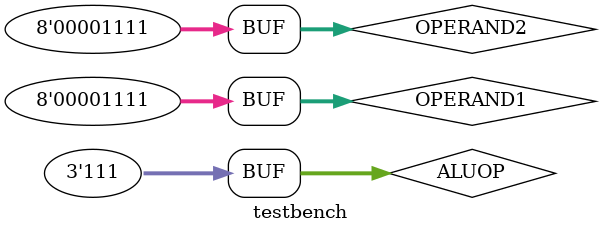
<source format=v>

module testbench;
     
    //OPERAND 8- BIT ARRAYS  
	reg  [7:0]  OPERAND1; 
	reg  [7:0]  OPERAND2;

	//SELECT 
	reg  [2:0]  ALUOP;

	

	//OUTPUT

	wire [7:0]  ALURESULT;

    //RUN MODULE
	alu ALU(OPERAND1, OPERAND2,ALUOP,ALURESULT);


	initial

		begin
		    //MONITER SIGNALS WITH CMD
			$monitor($time," OPERAND1:%b, OPERAND2:%b,ALUOP:%b,ALURESULT:%b",OPERAND1, OPERAND2,ALUOP,ALURESULT);

			//GENERATE ILE NEEDED TO PLOT WAVEFORM
			$dumpfile("wavedata.vcd");
			$dumpvars(0,testbench);
		end


	initial

		begin

			OPERAND1=8'b00000000;
		    OPERAND2=8'b00000000;
			ALUOP   =3'b000     ;

			//CHECK FORWARD
		    #10
		    OPERAND2=8'b00001111;
		    
		    #10
		    OPERAND2=8'b00011111;

		    #10
			OPERAND1=8'b11111111;
		    OPERAND2=8'b00011111;

			#10
			OPERAND1=8'b11110000;
		    OPERAND2=8'b00001111;

		    //CHECK ADD
			#10
		    ALUOP   =3'b001;
			OPERAND1=8'b00000000;
		    OPERAND2=8'b00000000;
			
			#10
			OPERAND1=8'b11111111;
		    OPERAND2=8'b00000000;

			#10
			OPERAND1=8'b11111111;
		    OPERAND2=8'b11111111;

			#10
			OPERAND1=8'b00000001;
		    OPERAND2=8'b11111111;  
		    
		    //CHECK AND     
		    #10
		    ALUOP   =3'b010;
			OPERAND1=8'b00000000;
		    OPERAND2=8'b00000000;

			#10
			OPERAND1=8'b00000001;
		    OPERAND2=8'b00000001;  
		         
			#10
			OPERAND1=8'b00001111;
		    OPERAND2=8'b11111111;  
		     
		    //CHECK OR 
			#10
		    ALUOP   =3'b011;
			OPERAND1=8'b00000000;
		    OPERAND2=8'b00000000;
			
			#10
			OPERAND1=8'b11111111;
		    OPERAND2=8'b00000000;

			#10
			OPERAND1=8'b00001111;
		    OPERAND2=8'b00000000;
		    
		    //CHECK  RESERVED        
		    #10
			ALUOP   =3'b100;
			OPERAND1=8'b00000000;
		    OPERAND2=8'b00000000;

			#10
			OPERAND1=8'b00001111;
			OPERAND2=8'b00000000;

			#10
			OPERAND1=8'b00001111;
		    OPERAND2=8'b00001111;

		    //CHECK FOR RESERVED 
		    #10
		    ALUOP   =3'b101;
			OPERAND1=8'b00000000;
		    OPERAND2=8'b00000000;

			#10
			OPERAND1=8'b00001111;
			OPERAND2=8'b00000000;

			#10
			OPERAND1=8'b00001111;
		    OPERAND2=8'b00001111;

		    //CHECK FOR RESERVED 
		    #10
		    ALUOP   =3'b111;
			OPERAND1=8'b00000000;
		    OPERAND2=8'b00000000;

			#10
			OPERAND1=8'b00001111;
			OPERAND2=8'b00000000;

			#10
			OPERAND1=8'b00001111;
		    OPERAND2=8'b00001111;


		end
	
endmodule


</source>
